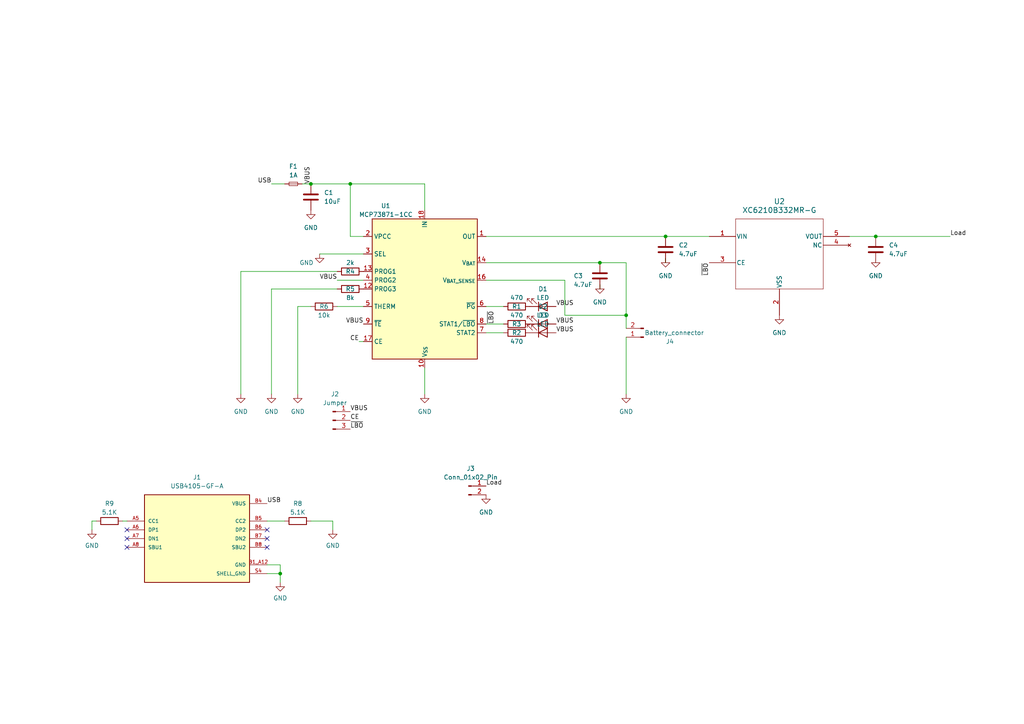
<source format=kicad_sch>
(kicad_sch (version 20230121) (generator eeschema)
  (paper "A4")
  (lib_symbols
    (symbol "Battery_Management:MCP73871-1CC"
      (property "Reference" "U" (at -7.62 24.13 0))
      (property "Value" "MCP73871-1CC" (at -15.24 21.59 0))
      (symbol "MCP73871-1CC_0_1"
        (rectangle (start -15.24 20.32) (end 15.24 -20.32) (stroke (width 0.254)) (fill (type background)))
      )
      (symbol "MCP73871-1CC_1_1"
        (pin power_out line (at 17.78 15.24 180) (length 2.54) (name "OUT") (number "1"))
        (pin power_in line (at 0 -22.86 90) (length 2.54) (name "V_{SS}") (number "10"))
        (pin passive line (at 0 -22.86 90) (length 2.54) hide (name "V_{SS}") (number "11"))
        (pin bidirectional line (at -17.78 0 0) (length 2.54) (name "PROG3") (number "12"))
        (pin bidirectional line (at -17.78 5.08 0) (length 2.54) (name "PROG1") (number "13"))
        (pin power_out line (at 17.78 7.62 180) (length 2.54) (name "V_{BAT}") (number "14"))
        (pin passive line (at 17.78 7.62 180) (length 2.54) hide (name "V_{BAT}") (number "15"))
        (pin input line (at 17.78 2.54 180) (length 2.54) (name "V_{BAT_SENSE}") (number "16"))
        (pin input line (at -17.78 -15.24 0) (length 2.54) (name "CE") (number "17"))
        (pin power_in line (at 0 22.86 270) (length 2.54) (name "IN") (number "18"))
        (pin passive line (at 0 22.86 270) (length 2.54) hide (name "IN") (number "19"))
        (pin input line (at -17.78 15.24 0) (length 2.54) (name "VPCC") (number "2"))
        (pin passive line (at 17.78 15.24 180) (length 2.54) hide (name "OUT") (number "20"))
        (pin passive line (at 0 -22.86 90) (length 2.54) hide (name "V_{SS}") (number "21"))
        (pin input line (at -17.78 10.16 0) (length 2.54) (name "SEL") (number "3"))
        (pin input line (at -17.78 2.54 0) (length 2.54) (name "PROG2") (number "4"))
        (pin bidirectional line (at -17.78 -5.08 0) (length 2.54) (name "THERM") (number "5"))
        (pin open_collector line (at 17.78 -5.08 180) (length 2.54) (name "~{PG}") (number "6"))
        (pin open_collector line (at 17.78 -12.7 180) (length 2.54) (name "STAT2") (number "7"))
        (pin open_collector line (at 17.78 -10.16 180) (length 2.54) (name "STAT1/~{LBO}") (number "8"))
        (pin input line (at -17.78 -10.16 0) (length 2.54) (name "~{TE}") (number "9"))
      )
    )
    (symbol "Connector:Conn_01x02_Pin" (pin_names (offset 1.016) hide)
      (property "Reference" "J" (at 0 2.54 0))
      (property "Value" "Conn_01x02_Pin" (at 0 -5.08 0))
      (symbol "Conn_01x02_Pin_1_1"
        (polyline (pts (xy 1.27 -2.54) (xy 0.8636 -2.54)) (stroke (width 0.1524)))
        (polyline (pts (xy 1.27 0) (xy 0.8636 0)) (stroke (width 0.1524)))
        (rectangle (start 0.8636 -2.413) (end 0 -2.667) (stroke (width 0.1524)) (fill (type outline)))
        (rectangle (start 0.8636 0.127) (end 0 -0.127) (stroke (width 0.1524)) (fill (type outline)))
        (pin passive line (at 5.08 0 180) (length 3.81) (name "Pin_1") (number "1"))
        (pin passive line (at 5.08 -2.54 180) (length 3.81) (name "Pin_2") (number "2"))
      )
    )
    (symbol "Connector:Conn_01x03_Pin" (pin_names (offset 1.016) hide)
      (property "Reference" "J" (at 0 5.08 0))
      (property "Value" "Conn_01x03_Pin" (at 0 -5.08 0))
      (symbol "Conn_01x03_Pin_1_1"
        (polyline (pts (xy 1.27 -2.54) (xy 0.8636 -2.54)) (stroke (width 0.1524)))
        (polyline (pts (xy 1.27 0) (xy 0.8636 0)) (stroke (width 0.1524)))
        (polyline (pts (xy 1.27 2.54) (xy 0.8636 2.54)) (stroke (width 0.1524)))
        (rectangle (start 0.8636 -2.413) (end 0 -2.667) (stroke (width 0.1524)) (fill (type outline)))
        (rectangle (start 0.8636 0.127) (end 0 -0.127) (stroke (width 0.1524)) (fill (type outline)))
        (rectangle (start 0.8636 2.667) (end 0 2.413) (stroke (width 0.1524)) (fill (type outline)))
        (pin passive line (at 5.08 2.54 180) (length 3.81) (name "Pin_1") (number "1"))
        (pin passive line (at 5.08 0 180) (length 3.81) (name "Pin_2") (number "2"))
        (pin passive line (at 5.08 -2.54 180) (length 3.81) (name "Pin_3") (number "3"))
      )
    )
    (symbol "Device:C" (pin_numbers hide) (pin_names (offset 0.254))
      (property "Reference" "C" (at 0.635 2.54 0))
      (property "Value" "C" (at 0.635 -2.54 0))
      (symbol "C_0_1"
        (polyline (pts (xy -2.032 -0.762) (xy 2.032 -0.762)) (stroke (width 0.508)))
        (polyline (pts (xy -2.032 0.762) (xy 2.032 0.762)) (stroke (width 0.508)))
      )
      (symbol "C_1_1"
        (pin passive line (at 0 3.81 270) (length 2.794) (name "~") (number "1"))
        (pin passive line (at 0 -3.81 90) (length 2.794) (name "~") (number "2"))
      )
    )
    (symbol "Device:Fuse_Small" (pin_numbers hide) (pin_names (offset 0.254) hide)
      (property "Reference" "F" (at 0 -1.524 0))
      (property "Value" "Fuse_Small" (at 0 1.524 0))
      (symbol "Fuse_Small_0_1"
        (rectangle (start -1.27 0.508) (end 1.27 -0.508))
        (polyline (pts (xy -1.27 0) (xy 1.27 0)))
      )
      (symbol "Fuse_Small_1_1"
        (pin passive line (at -2.54 0 0) (length 1.27) (name "~") (number "1"))
        (pin passive line (at 2.54 0 180) (length 1.27) (name "~") (number "2"))
      )
    )
    (symbol "Device:LED" (pin_numbers hide) (pin_names (offset 1.016) hide)
      (property "Reference" "D" (at 0 2.54 0))
      (property "Value" "LED" (at 0 -2.54 0))
      (symbol "LED_0_1"
        (polyline (pts (xy -1.27 -1.27) (xy -1.27 1.27)) (stroke (width 0.254)))
        (polyline (pts (xy -1.27 0) (xy 1.27 0)))
        (polyline (pts (xy 1.27 -1.27) (xy 1.27 1.27) (xy -1.27 0) (xy 1.27 -1.27)) (stroke (width 0.254)))
        (polyline (pts (xy -3.048 -0.762) (xy -4.572 -2.286) (xy -3.81 -2.286) (xy -4.572 -2.286) (xy -4.572 -1.524)))
        (polyline (pts (xy -1.778 -0.762) (xy -3.302 -2.286) (xy -2.54 -2.286) (xy -3.302 -2.286) (xy -3.302 -1.524)))
      )
      (symbol "LED_1_1"
        (pin passive line (at -3.81 0 0) (length 2.54) (name "K") (number "1"))
        (pin passive line (at 3.81 0 180) (length 2.54) (name "A") (number "2"))
      )
    )
    (symbol "Device:R" (pin_numbers hide) (pin_names (offset 0))
      (property "Reference" "R" (at 2.032 0 90))
      (property "Value" "R" (at 0 0 90))
      (symbol "R_0_1"
        (rectangle (start -1.016 -2.54) (end 1.016 2.54) (stroke (width 0.254)))
      )
      (symbol "R_1_1"
        (pin passive line (at 0 3.81 270) (length 1.27) (name "~") (number "1"))
        (pin passive line (at 0 -3.81 90) (length 1.27) (name "~") (number "2"))
      )
    )
    (symbol "New_Library:XC6210B332MR-G" (pin_names (offset 0.254))
      (property "Reference" "U" (at 20.32 10.16 0))
      (property "Value" "XC6210B332MR-G" (at 20.32 7.62 0))
      (symbol "XC6210B332MR-G_0_1"
        (polyline (pts (xy 7.62 -15.24) (xy 33.02 -15.24)) (stroke (width 0.127)))
        (polyline (pts (xy 7.62 5.08) (xy 7.62 -15.24)) (stroke (width 0.127)))
        (polyline (pts (xy 33.02 -15.24) (xy 33.02 5.08)) (stroke (width 0.127)))
        (polyline (pts (xy 33.02 5.08) (xy 7.62 5.08)) (stroke (width 0.127)))
        (pin power_in line (at 0 0 0) (length 7.62) (name "VIN") (number "1"))
        (pin power_out line (at 20.32 -22.86 90) (length 7.62) (name "VSS") (number "2"))
        (pin unspecified line (at 0 -7.62 0) (length 7.62) (name "CE") (number "3"))
        (pin no_connect line (at 40.64 -2.54 180) (length 7.62) (name "NC") (number "4"))
        (pin output line (at 40.64 0 180) (length 7.62) (name "VOUT") (number "5"))
      )
    )
    (symbol "USB4105-GF-A:USB4105-GF-A" (pin_names (offset 1.016))
      (property "Reference" "J1" (at 0 17.78 0))
      (property "Value" "USB4105-GF-A" (at 0 15.24 0))
      (symbol "USB4105-GF-A_0_0"
        (rectangle (start -15.24 -12.7) (end 15.24 12.7) (stroke (width 0.254)) (fill (type background)))
        (pin bidirectional line (at -20.32 5.08 0) (length 5.08) (name "CC1") (number "A5"))
        (pin bidirectional line (at -20.32 2.54 0) (length 5.08) (name "DP1") (number "A6"))
        (pin bidirectional line (at -20.32 0 0) (length 5.08) (name "DN1") (number "A7"))
        (pin bidirectional line (at -20.32 -2.54 0) (length 5.08) (name "SBU1") (number "A8"))
        (pin power_in line (at 20.32 -7.62 180) (length 5.08) (name "GND") (number "B1_A12"))
        (pin bidirectional line (at 20.32 5.08 180) (length 5.08) (name "CC2") (number "B5"))
        (pin bidirectional line (at 20.32 2.54 180) (length 5.08) (name "DP2") (number "B6"))
        (pin bidirectional line (at 20.32 0 180) (length 5.08) (name "DN2") (number "B7"))
        (pin bidirectional line (at 20.32 -2.54 180) (length 5.08) (name "SBU2") (number "B8"))
        (pin power_in line (at 20.32 -10.16 180) (length 5.08) (name "SHELL_GND") (number "S4"))
      )
      (symbol "USB4105-GF-A_1_0"
        (pin power_in line (at 20.32 10.16 180) (length 5.08) (name "VBUS") (number "B4"))
      )
    )
    (symbol "power:GND" (power) (pin_names (offset 0))
      (property "Value" "GND" (at 0 -3.81 0))
      (symbol "GND_0_1"
        (polyline (pts (xy 0 0) (xy 0 -1.27) (xy 1.27 -1.27) (xy 0 -2.54) (xy -1.27 -1.27) (xy 0 -1.27)))
      )
      (symbol "GND_1_1"
        (pin power_in line (at 0 0 270) (length 0) hide (name "GND") (number "1"))
      )
    )
  )
  (junction (at 254 68.58))
  (junction (at 101.6 53.34))
  (junction (at 173.99 76.2))
  (junction (at 181.61 91.44))
  (junction (at 81.28 166.37))
  (junction (at 193.04 68.58))
  (junction (at 90.17 53.34))
  (no_connect (at 36.83 156.21))
  (no_connect (at 77.47 153.67))
  (no_connect (at 77.47 156.21))
  (no_connect (at 36.83 153.67))
  (no_connect (at 36.83 158.75))
  (no_connect (at 77.47 158.75))
  (wire (pts (xy 97.79 78.74) (xy 69.85 78.74)))
  (wire (pts (xy 81.28 163.83) (xy 81.28 166.37)))
  (wire (pts (xy 163.83 81.28) (xy 163.83 91.44)))
  (wire (pts (xy 97.79 81.28) (xy 105.41 81.28)))
  (wire (pts (xy 123.19 60.96) (xy 123.19 53.34)))
  (wire (pts (xy 77.47 163.83) (xy 81.28 163.83)))
  (wire (pts (xy 123.19 106.68) (xy 123.19 114.3)))
  (wire (pts (xy 181.61 91.44) (xy 181.61 95.25)))
  (wire (pts (xy 140.97 81.28) (xy 163.83 81.28)))
  (wire (pts (xy 69.85 78.74) (xy 69.85 114.3)))
  (wire (pts (xy 26.67 151.13) (xy 27.94 151.13)))
  (wire (pts (xy 105.41 99.06) (xy 104.14 99.06)))
  (wire (pts (xy 81.28 166.37) (xy 81.28 168.91)))
  (wire (pts (xy 101.6 68.58) (xy 101.6 53.34)))
  (wire (pts (xy 77.47 151.13) (xy 82.55 151.13)))
  (wire (pts (xy 254 68.58) (xy 275.59 68.58)))
  (wire (pts (xy 90.17 53.34) (xy 101.6 53.34)))
  (wire (pts (xy 181.61 76.2) (xy 181.61 91.44)))
  (wire (pts (xy 86.36 88.9) (xy 90.17 88.9)))
  (wire (pts (xy 140.97 76.2) (xy 173.99 76.2)))
  (wire (pts (xy 92.71 73.66) (xy 105.41 73.66)))
  (wire (pts (xy 146.05 93.98) (xy 140.97 93.98)))
  (wire (pts (xy 146.05 88.9) (xy 140.97 88.9)))
  (wire (pts (xy 193.04 68.58) (xy 205.74 68.58)))
  (wire (pts (xy 163.83 91.44) (xy 181.61 91.44)))
  (wire (pts (xy 97.79 83.82) (xy 78.74 83.82)))
  (wire (pts (xy 97.79 88.9) (xy 105.41 88.9)))
  (wire (pts (xy 105.41 68.58) (xy 101.6 68.58)))
  (wire (pts (xy 254 74.93) (xy 254 76.2)))
  (wire (pts (xy 193.04 74.93) (xy 193.04 76.2)))
  (wire (pts (xy 26.67 151.13) (xy 26.67 153.67)))
  (wire (pts (xy 140.97 68.58) (xy 193.04 68.58)))
  (wire (pts (xy 87.63 53.34) (xy 90.17 53.34)))
  (wire (pts (xy 90.17 151.13) (xy 96.52 151.13)))
  (wire (pts (xy 173.99 82.55) (xy 173.99 83.82)))
  (wire (pts (xy 35.56 151.13) (xy 36.83 151.13)))
  (wire (pts (xy 77.47 166.37) (xy 81.28 166.37)))
  (wire (pts (xy 78.74 83.82) (xy 78.74 114.3)))
  (wire (pts (xy 86.36 114.3) (xy 86.36 88.9)))
  (wire (pts (xy 173.99 76.2) (xy 181.61 76.2)))
  (wire (pts (xy 82.55 53.34) (xy 78.74 53.34)))
  (wire (pts (xy 146.05 96.52) (xy 140.97 96.52)))
  (wire (pts (xy 101.6 53.34) (xy 123.19 53.34)))
  (wire (pts (xy 181.61 97.79) (xy 181.61 114.3)))
  (wire (pts (xy 246.38 68.58) (xy 254 68.58)))
  (wire (pts (xy 96.52 151.13) (xy 96.52 153.67)))
  (label "~{LBO}" (at 143.51 93.98 90))
  (label "VBUS" (at 161.29 88.9 0))
  (label "VBUS" (at 105.41 93.98 180))
  (label "Load" (at 140.97 140.97 0))
  (label "~{LBO}" (at 205.74 76.2 270))
  (label "VBUS" (at 161.29 96.52 0))
  (label "Load" (at 275.59 68.58 0))
  (label "VBUS" (at 97.79 81.28 180))
  (label "VBUS" (at 161.29 93.98 0))
  (label "USB" (at 77.47 146.05 0))
  (label "USB" (at 78.74 53.34 180))
  (label "~{LBO}" (at 101.6 124.46 0))
  (label "CE" (at 101.6 121.92 0))
  (label "VBUS" (at 90.17 53.34 90))
  (label "VBUS" (at 101.6 119.38 0))
  (label "CE" (at 104.14 99.06 180))
  (symbol (lib_id "USB4105-GF-A:USB4105-GF-A") (at 57.15 156.21 0) (unit 1)
    (property "Reference" "J1" (at 57.15 138.43 0))
    (property "Value" "USB4105-GF-A" (at 57.15 140.97 0))
    (property "Footprint" "Connector_USB:USB_C_Receptacle_GCT_USB4105-xx-A_16P_TopMnt_Horizontal" (effects hide))
    (property "PARTREV" "A3" (effects hide))
    (property "STANDARD" "Manufacturer Recommendations" (effects hide))
    (property "MAXIMUM_PACKAGE_HEIGHT" "3.31 mm" (effects hide))
    (property "MANUFACTURER" "GCT" (effects hide))
  )
  (symbol (lib_id "Device:R") (at 86.36 151.13 90) (unit 1)
    (property "Reference" "R8" (at 86.36 146.05 90))
    (property "Value" "5.1K" (at 86.36 148.59 90))
    (property "Footprint" "Resistor_SMD:R_0603_1608Metric_Pad0.98x0.95mm_HandSolder" (effects hide))
  )
  (symbol (lib_id "Device:C") (at 90.17 57.15 0) (unit 1)
    (property "Reference" "C1" (at 93.98 55.88 0) (effects (justify left)))
    (property "Value" "10uF" (at 93.98 58.42 0) (effects (justify left)))
    (property "Footprint" "Capacitor_SMD:C_0603_1608Metric_Pad1.08x0.95mm_HandSolder" (effects hide))
  )
  (symbol (lib_id "Device:LED") (at 157.48 96.52 0) (mirror x) (unit 1)
    (property "Reference" "D3" (at 157.48 91.44 0))
    (property "Value" "LED" (at 157.48 93.98 0))
    (property "Footprint" "LED_SMD:LED_0603_1608Metric_Pad1.05x0.95mm_HandSolder" (effects hide))
  )
  (symbol (lib_id "Device:R") (at 149.86 88.9 90) (unit 1)
    (property "Reference" "R1" (at 149.86 88.9 90))
    (property "Value" "470" (at 149.86 86.36 90))
    (property "Footprint" "Resistor_SMD:R_0603_1608Metric_Pad0.98x0.95mm_HandSolder" (effects hide))
  )
  (symbol (lib_id "Device:C") (at 193.04 72.39 0) (unit 1)
    (property "Reference" "C2" (at 196.85 71.12 0) (effects (justify left)))
    (property "Value" "4.7uF" (at 196.85 73.66 0) (effects (justify left)))
    (property "Footprint" "Capacitor_SMD:C_0603_1608Metric_Pad1.08x0.95mm_HandSolder" (effects hide))
  )
  (symbol (lib_id "Device:R") (at 31.75 151.13 90) (unit 1)
    (property "Reference" "R9" (at 31.75 146.05 90))
    (property "Value" "5.1K" (at 31.75 148.59 90))
    (property "Footprint" "Resistor_SMD:R_0603_1608Metric_Pad0.98x0.95mm_HandSolder" (effects hide))
  )
  (symbol (lib_id "power:GND") (at 90.17 60.96 0) (unit 1)
    (property "Reference" "#PWR01" (effects hide))
    (property "Value" "GND" (at 90.17 66.04 0))
  )
  (symbol (lib_id "power:GND") (at 86.36 114.3 0) (unit 1)
    (property "Reference" "#PWR05" (effects hide))
    (property "Value" "GND" (at 86.36 119.38 0))
  )
  (symbol (lib_id "power:GND") (at 181.61 114.3 0) (unit 1)
    (property "Reference" "#PWR04" (effects hide))
    (property "Value" "GND" (at 181.61 119.38 0))
  )
  (symbol (lib_id "power:GND") (at 226.06 91.44 0) (unit 1)
    (property "Reference" "#PWR012" (effects hide))
    (property "Value" "GND" (at 226.06 96.52 0))
  )
  (symbol (lib_id "Device:C") (at 173.99 80.01 0) (unit 1)
    (property "Reference" "C3" (at 166.37 80.01 0) (effects (justify left)))
    (property "Value" "4.7uF" (at 166.37 82.55 0) (effects (justify left)))
    (property "Footprint" "Capacitor_SMD:C_0603_1608Metric_Pad1.08x0.95mm_HandSolder" (effects hide))
  )
  (symbol (lib_id "power:GND") (at 92.71 73.66 0) (unit 1)
    (property "Reference" "#PWR09" (effects hide))
    (property "Value" "GND" (at 88.9 76.2 0))
  )
  (symbol (lib_id "Device:R") (at 101.6 83.82 90) (unit 1)
    (property "Reference" "R5" (at 101.6 83.82 90))
    (property "Value" "8k" (at 101.6 86.36 90))
    (property "Footprint" "Resistor_SMD:R_0603_1608Metric_Pad0.98x0.95mm_HandSolder" (effects hide))
  )
  (symbol (lib_id "power:GND") (at 123.19 114.3 0) (unit 1)
    (property "Reference" "#PWR08" (effects hide))
    (property "Value" "GND" (at 123.19 119.38 0))
  )
  (symbol (lib_id "Device:R") (at 149.86 96.52 90) (unit 1)
    (property "Reference" "R2" (at 149.86 96.52 90))
    (property "Value" "470" (at 149.86 99.06 90))
    (property "Footprint" "Resistor_SMD:R_0603_1608Metric_Pad0.98x0.95mm_HandSolder" (effects hide))
  )
  (symbol (lib_id "power:GND") (at 78.74 114.3 0) (unit 1)
    (property "Reference" "#PWR06" (effects hide))
    (property "Value" "GND" (at 78.74 119.38 0))
  )
  (symbol (lib_id "Battery_Management:MCP73871-1CC") (at 123.19 83.82 0) (unit 1)
    (property "Reference" "U1" (at 110.49 59.69 0) (effects (justify left)))
    (property "Value" "MCP73871-1CC" (at 104.14 62.23 0) (effects (justify left)))
    (property "Footprint" "Package_DFN_QFN:QFN-20-1EP_4x4mm_P0.5mm_EP2.5x2.5mm" (effects hide))
    (property "Datasheet" "http://www.mouser.com/ds/2/268/22090a-52174.pdf" (effects hide))
  )
  (symbol (lib_id "power:GND") (at 193.04 74.93 0) (unit 1)
    (property "Reference" "#PWR02" (effects hide))
    (property "Value" "GND" (at 193.04 80.01 0))
  )
  (symbol (lib_id "Device:Fuse_Small") (at 85.09 53.34 0) (unit 1)
    (property "Reference" "F1" (at 85.09 48.26 0))
    (property "Value" "1A" (at 85.09 50.8 0))
    (property "Footprint" "Fuse:Fuse_1206_3216Metric" (effects hide))
    (property "DigiKey" "507-1806-6-ND" (effects hide))
  )
  (symbol (lib_id "Connector:Conn_01x03_Pin") (at 96.52 121.92 0) (unit 1)
    (property "Reference" "J2" (at 97.155 114.3 0))
    (property "Value" "Jumper" (at 97.155 116.84 0))
    (property "Footprint" "Connector_PinHeader_2.54mm:PinHeader_1x03_P2.54mm_Vertical" (effects hide))
  )
  (symbol (lib_id "Connector:Conn_01x02_Pin") (at 186.69 97.79 180) (unit 1)
    (property "Reference" "J4" (at 194.31 99.06 0))
    (property "Value" "Battery_connector" (at 195.58 96.52 0))
    (property "Footprint" "Connector_PinHeader_2.54mm:PinHeader_1x02_P2.54mm_Vertical" (effects hide))
  )
  (symbol (lib_id "Device:R") (at 101.6 78.74 270) (unit 1)
    (property "Reference" "R4" (at 101.6 78.74 90))
    (property "Value" "2k" (at 101.6 76.2 90))
    (property "Footprint" "Resistor_SMD:R_0603_1608Metric_Pad0.98x0.95mm_HandSolder" (effects hide))
  )
  (symbol (lib_id "New_Library:XC6210B332MR-G") (at 205.74 68.58 0) (unit 1)
    (property "Reference" "U2" (at 226.06 58.42 0) (effects (font (size 1.524 1.524))))
    (property "Value" "XC6210B332MR-G" (at 226.06 60.96 0) (effects (font (size 1.524 1.524))))
    (property "Footprint" "charging_board:SOT-25_TOR" (effects hide))
    (property "Datasheet" "XC6210B332MR-G" (effects hide))
  )
  (symbol (lib_id "power:GND") (at 69.85 114.3 0) (unit 1)
    (property "Reference" "#PWR07" (effects hide))
    (property "Value" "GND" (at 69.85 119.38 0))
  )
  (symbol (lib_id "power:GND") (at 96.52 153.67 0) (unit 1)
    (property "Reference" "#PWR013" (effects hide))
    (property "Value" "GND" (at 96.52 158.2325 0))
  )
  (symbol (lib_id "Device:LED") (at 157.48 88.9 0) (mirror x) (unit 1)
    (property "Reference" "D1" (at 157.48 83.82 0))
    (property "Value" "LED" (at 157.48 86.36 0))
    (property "Footprint" "LED_SMD:LED_0603_1608Metric_Pad1.05x0.95mm_HandSolder" (effects hide))
  )
  (symbol (lib_id "power:GND") (at 26.67 153.67 0) (unit 1)
    (property "Reference" "#PWR014" (effects hide))
    (property "Value" "GND" (at 26.67 158.2325 0))
  )
  (symbol (lib_id "power:GND") (at 254 74.93 0) (unit 1)
    (property "Reference" "#PWR011" (effects hide))
    (property "Value" "GND" (at 254 80.01 0))
  )
  (symbol (lib_id "Device:R") (at 149.86 93.98 90) (unit 1)
    (property "Reference" "R3" (at 149.86 93.98 90))
    (property "Value" "470" (at 149.86 91.44 90))
    (property "Footprint" "Resistor_SMD:R_0603_1608Metric_Pad0.98x0.95mm_HandSolder" (effects hide))
  )
  (symbol (lib_id "Connector:Conn_01x02_Pin") (at 135.89 140.97 0) (unit 1)
    (property "Reference" "J3" (at 136.525 135.89 0))
    (property "Value" "Conn_01x02_Pin" (at 136.525 138.43 0))
    (property "Footprint" "Connector_PinHeader_2.54mm:PinHeader_1x02_P2.54mm_Vertical" (effects hide))
  )
  (symbol (lib_id "power:GND") (at 173.99 82.55 0) (unit 1)
    (property "Reference" "#PWR03" (effects hide))
    (property "Value" "GND" (at 173.99 87.63 0))
  )
  (symbol (lib_id "power:GND") (at 81.28 168.91 0) (unit 1)
    (property "Reference" "#PWR010" (effects hide))
    (property "Value" "GND" (at 81.28 173.4725 0))
  )
  (symbol (lib_id "power:GND") (at 140.97 143.51 0) (unit 1)
    (property "Reference" "#PWR015" (effects hide))
    (property "Value" "GND" (at 140.97 148.59 0))
  )
  (symbol (lib_id "Device:R") (at 93.98 88.9 90) (unit 1)
    (property "Reference" "R6" (at 93.98 88.9 90))
    (property "Value" "10k" (at 93.98 91.44 90))
    (property "Footprint" "Resistor_SMD:R_0603_1608Metric_Pad0.98x0.95mm_HandSolder" (effects hide))
  )
  (symbol (lib_id "Device:LED") (at 157.48 93.98 0) (mirror x) (unit 1)
    (property "Reference" "D2" (at 157.48 88.9 0))
    (property "Value" "LED" (at 157.48 91.44 0))
    (property "Footprint" "LED_SMD:LED_0603_1608Metric_Pad1.05x0.95mm_HandSolder" (effects hide))
  )
  (symbol (lib_id "Device:C") (at 254 72.39 0) (unit 1)
    (property "Reference" "C4" (at 257.81 71.12 0) (effects (justify left)))
    (property "Value" "4.7uF" (at 257.81 73.66 0) (effects (justify left)))
    (property "Footprint" "Capacitor_SMD:C_0603_1608Metric_Pad1.08x0.95mm_HandSolder" (effects hide))
  )
)
</source>
